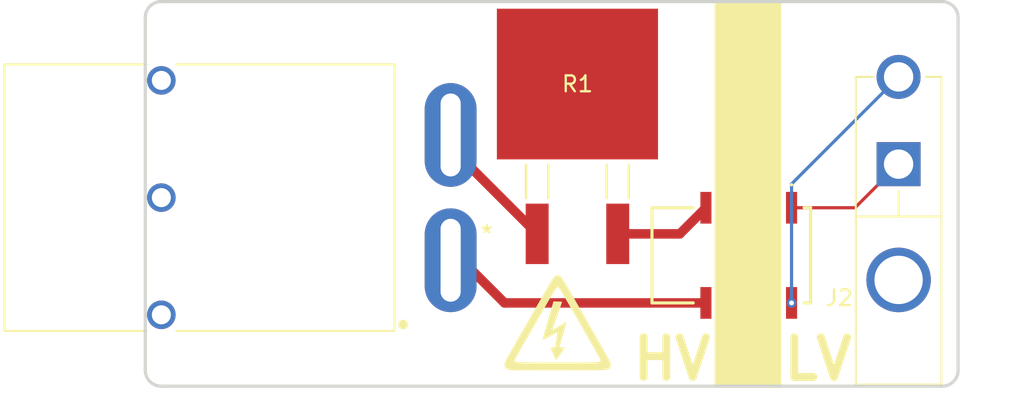
<source format=kicad_pcb>
(kicad_pcb (version 20240108) (generator "pcbnew") (generator_version "8.0")
  (layers (0 "F.Cu" signal) (31 "B.Cu" signal) (34 "B.Paste" user) (35 "F.Paste" user) (36 "B.SilkS" user "B.Silkscreen") (37 "F.SilkS" user "F.Silkscreen") (38 "B.Mask" user) (39 "F.Mask" user) (44 "Edge.Cuts" user))
  (net 0 "")
  (net 1 "INV +")
  (net 2 "+12V")
  (net 3 "INV -")
  (net 4 "GND")
  (net 5 "Net-(IMB06IGR1-Pad3)")
  (footprint "customFootprints:IMB03IGR" (layer "F.Cu") (at 129.45 95.5 180)
    (property "Reference" "IMB06IGR1" (hide yes))
    (property "Value" "S1" (hide yes))
    (fp_line (start 5 3) (end 2.4 3) (stroke (width 0.2)) (layer "F.SilkS"))
    (fp_line (start 5 -3) (end 5 3) (stroke (width 0.2)) (layer "F.SilkS"))
    (fp_line (start 2.4 -3) (end 5 -3) (stroke (width 0.2)) (layer "F.SilkS"))
    (fp_line (start 0.8 3) (end 0.8 3) (stroke (width 0.2)) (layer "F.SilkS"))
    (fp_line (start 0.8 -3) (end -3 -3) (stroke (width 0.2)) (layer "F.SilkS"))
    (fp_line (start -3 3) (end 0.8 3) (stroke (width 0.2)) (layer "F.SilkS"))
    (fp_line (start -3.8 4.5) (end -3.8 4.5) (stroke (width 0.1)) (layer "F.SilkS"))
    (fp_line (start -3.8 4.4) (end -3.8 4.4) (stroke (width 0.1)) (layer "F.SilkS"))
    (fp_line (start -4.6 3) (end -4.6 3) (stroke (width 0.2)) (layer "F.SilkS"))
    (fp_line (start -4.6 -3) (end -5 -3) (stroke (width 0.2)) (layer "F.SilkS"))
    (fp_line (start -5 3) (end -4.6 3) (stroke (width 0.2)) (layer "F.SilkS"))
    (fp_line (start -5 -3) (end -5 3) (stroke (width 0.2)) (layer "F.SilkS"))
    (fp_arc (start -3.8 4.5) (mid -3.85 4.45) (end -3.8 4.4) (stroke (width 0.1)) (layer "F.SilkS"))
    (fp_arc (start -3.8 4.4) (mid -3.75 4.45) (end -3.8 4.5) (stroke (width 0.1)) (layer "F.SilkS"))
    (pad "1" smd rect (at -3.8 3 180) (size 0.7 2) (layers "F.Cu" "F.Paste" "F.Mask") (net 2 "+12V"))
    (pad "3" smd rect (at 1.6 3 180) (size 0.7 2) (layers "F.Cu" "F.Paste" "F.Mask") (net 5 "Net-(IMB06IGR1-Pad3)"))
    (pad "6" smd rect (at 1.6 -3 180) (size 0.7 2) (layers "F.Cu" "F.Paste" "F.Mask") (net 1 "INV +"))
    (pad "8" smd rect (at -3.8 -3 180) (size 0.7 2) (layers "F.Cu" "F.Paste" "F.Mask") (net 4 "GND"))
  )
  (footprint "customFootprints:APP_ASMPR45-1X2-RK" (layer "F.Cu") (at 93.515 91.86 90)
    (property "Reference" "J1" (hide yes))
    (property "Value" "HV_Conn_IN")
    (fp_line (start -8.4 -9.9) (end 8.4 -9.9) (stroke (width 0.127)) (layer "F.SilkS"))
    (fp_line (start 8.4 -0.91) (end 8.4 -9.9) (stroke (width 0.127)) (layer "F.SilkS"))
    (fp_line (start -8.4 -0.91) (end -8.4 -9.9) (stroke (width 0.127)) (layer "F.SilkS"))
    (fp_line (start 8.4 14.7) (end 8.4 0.94) (stroke (width 0.127)) (layer "F.SilkS"))
    (fp_line (start 8.4 14.7) (end -8.4 14.7) (stroke (width 0.127)) (layer "F.SilkS"))
    (fp_line (start -8.4 14.7) (end -8.4 0.94) (stroke (width 0.127)) (layer "F.SilkS"))
    (fp_circle (center -8 15.24) (end -7.85 15.24) (stroke (width 0.3)) (fill none) (layer "F.SilkS"))
    (pad "1" thru_hole oval (at -3.95 18.24 90) (size 6.54 3.27) (drill oval 5.23 1.27) (layers "*.Cu" "*.Mask") (net 1 "INV +"))
    (pad "2" thru_hole oval (at 3.95 18.24 90) (size 6.54 3.27) (drill oval 5.23 1.27) (layers "*.Cu" "*.Mask") (net 3 "INV -"))
    (pad "P3" thru_hole circle (at -7.39 0 90) (size 1.8 1.8) (drill 1.2) (layers "*.Cu" "*.Mask"))
    (pad "P4" thru_hole circle (at 7.39 0 90) (size 1.8 1.8) (drill 1.2) (layers "*.Cu" "*.Mask"))
    (pad "P5" thru_hole circle (at 0 0 90) (size 1.8 1.8) (drill 1.2) (layers "*.Cu" "*.Mask"))
  )
  (footprint "customFootprints:PWR263S-35-1002F_BRN" (layer "F.Cu") (at 119.75 84.699201)
    (property "Reference" "R1" (at 0 0 0) (layer "F.SilkS"))
    (property "Value" "7K5")
    (fp_line (start -3.2385 5.08254) (end -3.2385 7.1858) (stroke (width 0.1524)) (layer "F.SilkS"))
    (fp_line (start -1.8415 5.08254) (end -1.8415 7.1858) (stroke (width 0.1524)) (layer "F.SilkS"))
    (fp_line (start 1.8415 5.08254) (end 1.8415 7.1858) (stroke (width 0.1524)) (layer "F.SilkS"))
    (fp_line (start 3.2385 5.08254) (end 3.2385 7.1858) (stroke (width 0.1524)) (layer "F.SilkS"))
    (fp_text user "*" (at -5.715 9.446399 0) (layer "F.SilkS"))
    (fp_text user "*" (at -5.715 9.446399 0) (layer "F.SilkS"))
    (pad "1" smd rect (at -2.54 9.446399) (size 1.4478 3.81) (layers "F.Cu" "F.Paste" "F.Mask") (net 3 "INV -"))
    (pad "2" smd rect (at 2.54 9.446399) (size 1.4478 3.81) (layers "F.Cu" "F.Paste" "F.Mask") (net 5 "Net-(IMB06IGR1-Pad3)"))
    (pad "3" smd rect (at 0 0) (size 10.16 9.4996) (layers "F.Cu" "F.Paste" "F.Mask"))
  )
  (footprint "molexMiniFitJr:MFJ_2X1" (layer "F.Cu") (at 140 89.75)
    (property "Reference" "J2" (at -3.73948 8.4351 180) (layer "F.SilkS") (effects (font (size 1.001197 1.001197))))
    (property "Value" "LV_Conn_IN")
    (fp_line (start -2.7 -5.5) (end -2.7 3.3) (stroke (width 0.127)) (layer "F.SilkS"))
    (fp_line (start -2.7 3.3) (end -2.7 13.9) (stroke (width 0.127)) (layer "F.SilkS"))
    (fp_line (start -2.7 3.3) (end 0 3.3) (stroke (width 0.127)) (layer "F.SilkS"))
    (fp_line (start -2.7 13.9) (end 2.7 13.9) (stroke (width 0.127)) (layer "F.SilkS"))
    (fp_line (start -1.6 -5.5) (end -2.7 -5.5) (stroke (width 0.127)) (layer "F.SilkS"))
    (fp_line (start 0 1.7) (end 0 3.3) (stroke (width 0.127)) (layer "F.SilkS"))
    (fp_line (start 0 3.3) (end 2.7 3.3) (stroke (width 0.127)) (layer "F.SilkS"))
    (fp_line (start 1.7 -5.5) (end 2.7 -5.5) (stroke (width 0.127)) (layer "F.SilkS"))
    (fp_line (start 2.7 3.3) (end 2.7 -5.5) (stroke (width 0.127)) (layer "F.SilkS"))
    (fp_line (start 2.7 13.9) (end 2.7 3.3) (stroke (width 0.127)) (layer "F.SilkS"))
    (pad "1" thru_hole rect (at 0 0) (size 2.775 2.775) (drill 1.85) (layers "*.Cu" "*.Mask") (net 2 "+12V"))
    (pad "2" thru_hole circle (at 0 -5.5) (size 2.775 2.775) (drill 1.85) (layers "*.Cu" "*.Mask") (net 4 "GND"))
    (pad "P$3" thru_hole circle (at 0 7.3) (size 4.066 4.066) (drill 3.05) (layers "*.Cu" "*.Mask"))
  )
  (footprint "customFootprints:electric-shock-symbol" (layer "F.Cu") (at 118.5 99.75)
    (property "Reference" "G***" (hide yes))
    (property "Value" "LOGO" (hide yes))
    (fp_poly (pts (xy 0.000921 -1.335007) (xy 0.115631 -1.331505) (xy 0.206856 -1.326741) (xy 0.261452 -1.321499) (xy 0.270944 -1.318908) (xy 0.264418 -1.290767) (xy 0.241031 -1.215764) (xy 0.202907 -1.100191) (xy 0.15217 -0.950344) (xy 0.090944 -0.772515) (xy 0.021352 -0.572998) (xy -0.028586 -0.431203) (xy -0.102953 -0.220368) (xy -0.170919 -0.026784) (xy -0.230279 0.1432) (xy -0.278828 0.28323) (xy -0.314361 0.386955) (xy -0.334671 0.448026) (xy -0.338667 0.461877) (xy -0.315865 0.453322) (xy -0.252615 0.419722) (xy -0.156647 0.365436) (xy -0.035692 0.294824) (xy 0.080566 0.225478) (xy 0.220595 0.141718) (xy 0.345854 0.067769) (xy 0.447503 0.008772) (xy 0.516705 -0.030132) (xy 0.542593 -0.043268) (xy 0.55079 -0.031279) (xy 0.545109 0.018151) (xy 0.524765 0.108097) (xy 0.488973 0.241631) (xy 0.436947 0.421827) (xy 0.367903 0.651757) (xy 0.349842 0.710988) (xy 0.289136 0.910685) (xy 0.234181 1.093522) (xy 0.187078 1.252344) (xy 0.149929 1.379992) (xy 0.124834 1.46931) (xy 0.113896 1.513142) (xy 0.113593 1.515655) (xy 0.140609 1.537925) (xy 0.220804 1.552895) (xy 0.291116 1.557988) (xy 0.469343 1.566333) (xy 0.19573 1.955701) (xy 0.104425 2.085301) (xy 0.024373 2.198301) (xy -0.038793 2.286798) (xy -0.079437 2.342889) (xy -0.091749 2.358934) (xy -0.107201 2.339446) (xy -0.140696 2.276577) (xy -0.188047 2.178832) (xy -0.24507 2.054713) (xy -0.278585 1.979321) (xy -0.338578 1.841799) (xy -0.389539 1.72298) (xy -0.427526 1.632217) (xy -0.448595 1.578864) (xy -0.451556 1.569032) (xy -0.426068 1.5597) (xy -0.36051 1.553597) (xy -0.301088 1.552222) (xy -0.150621 1.552222) (xy -0.079142 1.0795) (xy -0.055816 0.9239) (xy -0.036061 0.789551) (xy -0.021188 0.685593) (xy -0.012511 0.621164) (xy -0.010887 0.60423) (xy -0.035581 0.61594) (xy -0.102345 0.650049) (xy -0.203385 0.702508) (xy -0.330903 0.769269) (xy -0.477106 0.846285) (xy -0.479778 0.847697) (xy -0.626481 0.924715) (xy -0.75496 0.991239) (xy -0.857348 1.043273) (xy -0.92578 1.076819) (xy -0.952387 1.08788) (xy -0.952429 1.087853) (xy -0.951575 1.078984) (xy -0.945454 1.05268) (xy -0.933138 1.005693) (xy -0.913703 0.934774) (xy -0.886221 0.836676) (xy -0.849766 0.70815) (xy -0.803412 0.545948) (xy -0.746234 0.346822) (xy -0.677303 0.107524) (xy -0.595695 -0.175195) (xy -0.500483 -0.504583) (xy -0.390741 -0.883887) (xy -0.352502 -1.016) (xy -0.258552 -1.340555) (xy 0.000921 -1.335007)) (stroke (width 0.01)) (fill solid) (layer "F.SilkS"))
    (fp_poly (pts (xy 0.107054 -2.97373) (xy 0.194373 -2.914168) (xy 0.209857 -2.899833) (xy 0.242971 -2.856895) (xy 0.302005 -2.767295) (xy 0.385388 -2.633668) (xy 0.49155 -2.458651) (xy 0.618919 -2.244877) (xy 0.765925 -1.994984) (xy 0.930997 -1.711606) (xy 1.112564 -1.397379) (xy 1.29904 -1.072444) (xy 1.481408 -0.75373) (xy 1.669299 -0.425423) (xy 1.858618 -0.094677) (xy 2.045271 0.231359) (xy 2.225162 0.545534) (xy 2.394197 0.840694) (xy 2.548282 1.109691) (xy 2.683321 1.345372) (xy 2.79522 1.540586) (xy 2.81378 1.572953) (xy 2.974128 1.8548) (xy 3.105183 2.090103) (xy 3.207621 2.280151) (xy 3.282119 2.426231) (xy 3.329351 2.529632) (xy 3.349995 2.59164) (xy 3.350605 2.595476) (xy 3.347739 2.736441) (xy 3.297382 2.847045) (xy 3.199689 2.926986) (xy 3.17715 2.938067) (xy 3.157046 2.946301) (xy 3.132912 2.953624) (xy 3.101505 2.960091) (xy 3.059582 2.965755) (xy 3.003901 2.97067) (xy 2.931217 2.974891) (xy 2.838289 2.978471) (xy 2.721873 2.981464) (xy 2.578726 2.983925) (xy 2.405605 2.985906) (xy 2.199267 2.987462) (xy 1.956469 2.988648) (xy 1.673969 2.989516) (xy 1.348522 2.990121) (xy 0.976886 2.990517) (xy 0.555818 2.990758) (xy 0.082075 2.990897) (xy 0 2.990914) (xy -0.48161 2.990993) (xy -0.910026 2.990992) (xy -1.288497 2.990852) (xy -1.620271 2.990515) (xy -1.9086 2.989922) (xy -2.156733 2.989015) (xy -2.367919 2.987734) (xy -2.545408 2.986021) (xy -2.69245 2.983817) (xy -2.812293 2.981064) (xy -2.908189 2.977704) (xy -2.983386 2.973676) (xy -3.041134 2.968923) (xy -3.084683 2.963386) (xy -3.117283 2.957006) (xy -3.142182 2.949725) (xy -3.162631 2.941484) (xy -3.179286 2.93351) (xy -3.285779 2.856318) (xy -3.34322 2.7528) (xy -3.353271 2.61966) (xy -3.350432 2.594185) (xy -3.328052 2.520224) (xy -3.275463 2.402087) (xy -3.260963 2.373677) (xy -2.709333 2.373677) (xy -2.69037 2.433088) (xy -2.664984 2.467429) (xy -2.65309 2.474999) (xy -2.631242 2.481667) (xy -2.596073 2.487489) (xy -2.544215 2.492521) (xy -2.472301 2.496819) (xy -2.376965 2.500439) (xy -2.254837 2.503438) (xy -2.102552 2.505871) (xy -1.916741 2.507794) (xy -1.694037 2.509264) (xy -1.431073 2.510337) (xy -1.124481 2.511068) (xy -0.770895 2.511514) (xy -0.366946 2.511731) (xy -0.002358 2.511778) (xy 0.440858 2.511762) (xy 0.831082 2.511664) (xy 1.171764 2.51141) (xy 1.466356 2.510924) (xy 1.718309 2.510133) (xy 1.931075 2.50896) (xy 2.108105 2.507332) (xy 2.252851 2.505173) (xy 2.368764 2.50241) (xy 2.459295 2.498966) (xy 2.527897 2.494767) (xy 2.57802 2.489739) (xy 2.613115 2.483807) (xy 2.636635 2.476896) (xy 2.652031 2.468931) (xy 2.662754 2.459837) (xy 2.66828 2.453919) (xy 2.70308 2.400142) (xy 2.699148 2.341328) (xy 2.690545 2.31633) (xy 2.683373 2.299657) (xy 2.670622 2.273681) (xy 2.650917 2.235987) (xy 2.622881 2.184157) (xy 2.585141 2.115775) (xy 2.536318 2.028425) (xy 2.475039 1.91969) (xy 2.399928 1.787153) (xy 2.309608 1.628398) (xy 2.202704 1.441009) (xy 2.077841 1.222568) (xy 1.933642 0.97066) (xy 1.768732 0.682869) (xy 1.581736 0.356776) (xy 1.371277 -0.010033) (xy 1.13598 -0.419976) (xy 0.87447 -0.875468) (xy 0.762499 -1.070471) (xy 0.629991 -1.300133) (xy 0.504765 -1.515068) (xy 0.389849 -1.710226) (xy 0.288274 -1.880559) (xy 0.203069 -2.021015) (xy 0.137263 -2.126547) (xy 0.093887 -2.192104) (xy 0.077353 -2.212387) (xy 0.048731 -2.228259) (xy 0.021021 -2.235849) (xy -0.008231 -2.231691) (xy -0.041482 -2.212322) (xy -0.081184 -2.174276) (xy -0.129794 -2.114087) (xy -0.189766 -2.028292) (xy -0.263555 -1.913424) (xy -0.353615 -1.76602) (xy -0.462401 -1.582613) (xy -0.592369 -1.359739) (xy -0.745972 -1.093934) (xy -0.880201 -0.860778) (xy -1.14733 -0.396331) (xy -1.387631 0.021659) (xy -1.602482 0.395627) (xy -1.793259 0.72801) (xy -1.96134 1.021241) (xy -2.108102 1.277757) (xy -2.234922 1.499992) (xy -2.343177 1.690382) (xy -2.434245 1.851363) (xy -2.509502 1.98537) (xy -2.570327 2.094837) (xy -2.618096 2.182201) (xy -2.654186 2.249897) (xy -2.679974 2.300359) (xy -2.696839 2.336024) (xy -2.706157 2.359326) (xy -2.709305 2.372702) (xy -2.709333 2.373677) (xy -3.260963 2.373677) (xy -3.193972 2.242427) (xy -3.084886 2.043895) (xy -3.041035 1.966773) (xy -2.924146 1.762841) (xy -2.788593 1.526501) (xy -2.637363 1.262955) (xy -2.473445 0.977401) (xy -2.299828 0.675039) (xy -2.119499 0.36107) (xy -1.935447 0.040692) (xy -1.75066 -0.280895) (xy -1.568127 -0.598491) (xy -1.390836 -0.906896) (xy -1.221774 -1.200911) (xy -1.063932 -1.475336) (xy -0.920296 -1.724971) (xy -0.793855 -1.944617) (xy -0.687597 -2.129074) (xy -0.604512 -2.273143) (xy -0.564475 -2.342444) (xy -0.446945 -2.542401) (xy -0.350402 -2.697569) (xy -0.269996 -2.813345) (xy -0.200881 -2.895125) (xy -0.138208 -2.948305) (xy -0.077129 -2.978281) (xy -0.012795 -2.990451) (xy 0.018699 -2.991555) (xy 0.107054 -2.97373)) (stroke (width 0.01)) (fill solid) (layer "F.SilkS"))
  )
  (gr_rect (start 128.5 79.5) (end 132.5 103.75) (stroke (width 0.2)) (fill solid) (layer "F.SilkS"))
  (gr_arc (start 143.75 102.75) (mid 143.457107 103.457107) (end 142.75 103.75) (stroke (width 0.2)) (layer "Edge.Cuts"))
  (gr_arc (start 142.75 79.5) (mid 143.457107 79.792893) (end 143.75 80.5) (stroke (width 0.2)) (layer "Edge.Cuts"))
  (gr_line (start 143.75 80.5) (end 143.75 102.75) (stroke (width 0.2)) (layer "Edge.Cuts"))
  (gr_line (start 93.5 79.5) (end 142.75 79.5) (stroke (width 0.2)) (layer "Edge.Cuts"))
  (gr_line (start 92.5 102.75) (end 92.5 80.5) (stroke (width 0.2)) (layer "Edge.Cuts"))
  (gr_arc (start 93.5 103.75) (mid 92.792893 103.457107) (end 92.5 102.75) (stroke (width 0.2)) (layer "Edge.Cuts"))
  (gr_line (start 142.75 103.75) (end 93.5 103.75) (stroke (width 0.2)) (layer "Edge.Cuts"))
  (gr_arc (start 92.5 80.5) (mid 92.792893 79.792893) (end 93.5 79.5) (stroke (width 0.2)) (layer "Edge.Cuts"))
  (gr_text "LV" (at 132.5 103.5 0) (layer "F.SilkS") (effects (font (size 2.5 2.5) (thickness 0.5) (bold yes)) (justify left bottom)))
  (gr_text "HV" (at 123 103.5 0) (layer "F.SilkS") (effects (font (size 2.5 2.5) (thickness 0.5) (bold yes)) (justify left bottom)))
  (segment (start 115.15 98.5) (end 127.85 98.5) (width 0.6) (layer "F.Cu") (net 1))
  (segment (start 112.255 95.605) (end 115.15 98.5) (width 0.6) (layer "F.Cu") (net 1))
  (segment (start 137.25 92.5) (end 140 89.75) (width 0.2) (layer "F.Cu") (net 2))
  (segment (start 133.25 92.5) (end 137.25 92.5) (width 0.2) (layer "F.Cu") (net 2))
  (segment (start 117.21 94.6456) (end 117.21 94.46) (width 0.6) (layer "F.Cu") (net 3))
  (segment (start 117.21 94.1456) (end 111.755 88.6906) (width 0.6) (layer "F.Cu") (net 3))
  (segment (start 111.755 88.6906) (end 111.755 87.91) (width 0.6) (layer "F.Cu") (net 3))
  (via (at 133.25 98.5) (size 0.6) (drill 0.3) (layers "F.Cu" "B.Cu") (net 4))
  (segment (start 133.25 98.5) (end 133.25 91) (width 0.2) (layer "B.Cu") (net 4))
  (segment (start 133.25 91) (end 140 84.25) (width 0.2) (layer "B.Cu") (net 4))
  (segment (start 122.29 94.1456) (end 126.2044 94.1456) (width 0.6) (layer "F.Cu") (net 5))
  (segment (start 126.2044 94.1456) (end 127.85 92.5) (width 0.6) (layer "F.Cu") (net 5))
)
</source>
